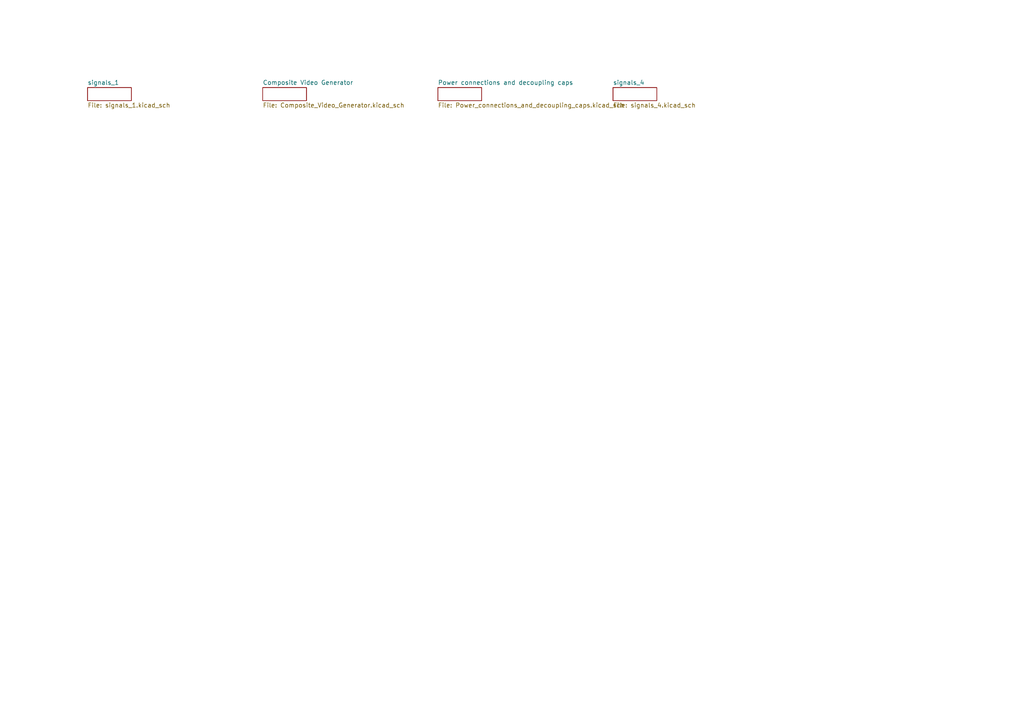
<source format=kicad_sch>
(kicad_sch (version 20230121) (generator eeschema)

  (uuid ecfc5df0-38b0-48e8-a960-6f082396f7df)

  (paper "A4")

  (lib_symbols
  )


  (sheet (at 177.8 25.4) (size 12.7 3.81) (fields_autoplaced)
    (stroke (width 0) (type solid))
    (fill (color 0 0 0 0.0000))
    (uuid 37ec6fca-c60e-4524-9a8e-c3db557ac388)
    (property "Sheetname" "signals_4" (at 177.8 24.6884 0)
      (effects (font (size 1.27 1.27)) (justify left bottom))
    )
    (property "Sheetfile" "signals_4.kicad_sch" (at 177.8 29.7946 0)
      (effects (font (size 1.27 1.27)) (justify left top))
    )
    (instances
      (project "signals"
        (path "/ecfc5df0-38b0-48e8-a960-6f082396f7df" (page "4"))
      )
    )
  )

  (sheet (at 127 25.4) (size 12.7 3.81) (fields_autoplaced)
    (stroke (width 0) (type solid))
    (fill (color 0 0 0 0.0000))
    (uuid bf117f46-6f85-406e-afeb-ad4fbf911792)
    (property "Sheetname" "Power connections and decoupling caps" (at 127 24.6884 0)
      (effects (font (size 1.27 1.27)) (justify left bottom))
    )
    (property "Sheetfile" "Power_connections_and_decoupling_caps.kicad_sch" (at 127 29.7946 0)
      (effects (font (size 1.27 1.27)) (justify left top))
    )
    (instances
      (project "signals"
        (path "/ecfc5df0-38b0-48e8-a960-6f082396f7df" (page "3"))
      )
    )
  )

  (sheet (at 76.2 25.4) (size 12.7 3.81) (fields_autoplaced)
    (stroke (width 0) (type solid))
    (fill (color 0 0 0 0.0000))
    (uuid c913db09-4b48-4ed2-bc32-8e9ab5bed8bd)
    (property "Sheetname" "Composite Video Generator" (at 76.2 24.6884 0)
      (effects (font (size 1.27 1.27)) (justify left bottom))
    )
    (property "Sheetfile" "Composite_Video_Generator.kicad_sch" (at 76.2 29.7946 0)
      (effects (font (size 1.27 1.27)) (justify left top))
    )
    (instances
      (project "signals"
        (path "/ecfc5df0-38b0-48e8-a960-6f082396f7df" (page "2"))
      )
    )
  )

  (sheet (at 25.4 25.4) (size 12.7 3.81) (fields_autoplaced)
    (stroke (width 0) (type solid))
    (fill (color 0 0 0 0.0000))
    (uuid d51b6f73-47ac-441e-8feb-5df2e03caadd)
    (property "Sheetname" "signals_1" (at 25.4 24.6884 0)
      (effects (font (size 1.27 1.27)) (justify left bottom))
    )
    (property "Sheetfile" "signals_1.kicad_sch" (at 25.4 29.7946 0)
      (effects (font (size 1.27 1.27)) (justify left top))
    )
    (instances
      (project "signals"
        (path "/ecfc5df0-38b0-48e8-a960-6f082396f7df" (page "1"))
      )
    )
  )

  (sheet_instances
    (path "/" (page "1"))
  )
)

</source>
